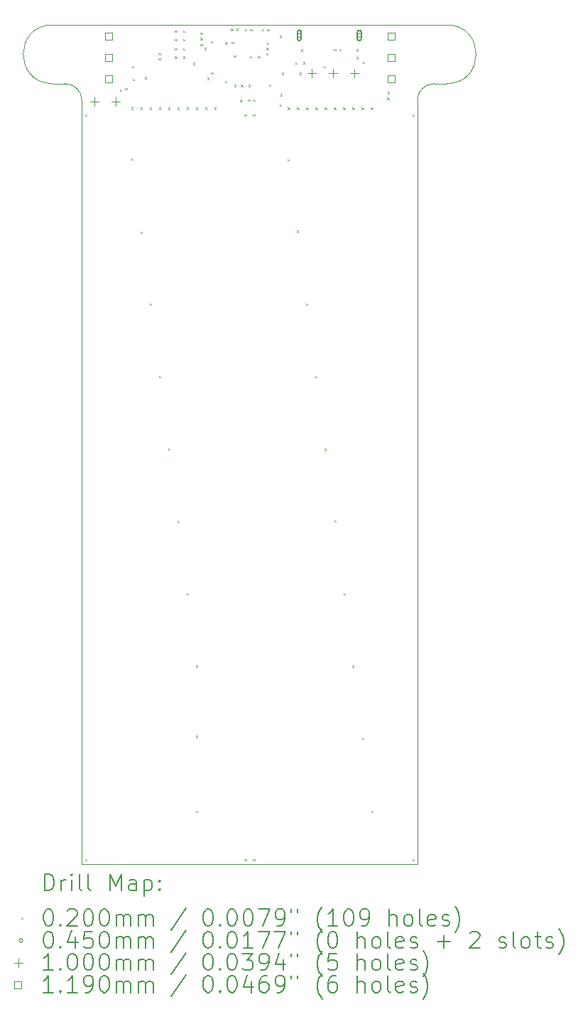
<source format=gbr>
%TF.GenerationSoftware,KiCad,Pcbnew,(6.0.7)*%
%TF.CreationDate,2022-10-27T11:34:40+02:00*%
%TF.ProjectId,DualLevelSensor,4475616c-4c65-4766-956c-53656e736f72,rev?*%
%TF.SameCoordinates,Original*%
%TF.FileFunction,Drillmap*%
%TF.FilePolarity,Positive*%
%FSLAX45Y45*%
G04 Gerber Fmt 4.5, Leading zero omitted, Abs format (unit mm)*
G04 Created by KiCad (PCBNEW (6.0.7)) date 2022-10-27 11:34:40*
%MOMM*%
%LPD*%
G01*
G04 APERTURE LIST*
%ADD10C,0.100000*%
%ADD11C,0.200000*%
%ADD12C,0.020000*%
%ADD13C,0.045000*%
%ADD14C,0.119000*%
G04 APERTURE END LIST*
D10*
X11500000Y-3900000D02*
X11500000Y-13000000D01*
X7150000Y-3000000D02*
X11850000Y-3000000D01*
X7150000Y-3700000D02*
X7300000Y-3700000D01*
X7150000Y-3000000D02*
G75*
G03*
X7150000Y-3700000I0J-350000D01*
G01*
X11850000Y-3700000D02*
G75*
G03*
X11850000Y-3000000I0J350000D01*
G01*
X7500000Y-3900000D02*
G75*
G03*
X7300000Y-3700000I-200000J0D01*
G01*
X7500000Y-13000000D02*
X11500000Y-13000000D01*
X11850000Y-3700000D02*
X11700000Y-3700000D01*
X11700000Y-3700000D02*
G75*
G03*
X11500000Y-3900000I0J-200000D01*
G01*
X7500000Y-3900000D02*
X7500000Y-13000000D01*
D11*
D12*
X7540000Y-4065000D02*
X7560000Y-4085000D01*
X7560000Y-4065000D02*
X7540000Y-4085000D01*
X7540000Y-12940000D02*
X7560000Y-12960000D01*
X7560000Y-12940000D02*
X7540000Y-12960000D01*
X7950000Y-3770000D02*
X7970000Y-3790000D01*
X7970000Y-3770000D02*
X7950000Y-3790000D01*
X8015000Y-3750000D02*
X8035000Y-3770000D01*
X8035000Y-3750000D02*
X8015000Y-3770000D01*
X8090000Y-3985000D02*
X8110000Y-4005000D01*
X8110000Y-3985000D02*
X8090000Y-4005000D01*
X8090000Y-4590000D02*
X8110000Y-4610000D01*
X8110000Y-4590000D02*
X8090000Y-4610000D01*
X8094850Y-3490000D02*
X8114850Y-3510000D01*
X8114850Y-3490000D02*
X8094850Y-3510000D01*
X8102357Y-3641000D02*
X8122357Y-3661000D01*
X8122357Y-3641000D02*
X8102357Y-3661000D01*
X8200000Y-3985000D02*
X8220000Y-4005000D01*
X8220000Y-3985000D02*
X8200000Y-4005000D01*
X8200000Y-5460000D02*
X8220000Y-5480000D01*
X8220000Y-5460000D02*
X8200000Y-5480000D01*
X8250000Y-3620000D02*
X8270000Y-3640000D01*
X8270000Y-3620000D02*
X8250000Y-3640000D01*
X8310000Y-3985000D02*
X8330000Y-4005000D01*
X8330000Y-3985000D02*
X8310000Y-4005000D01*
X8310000Y-6320000D02*
X8330000Y-6340000D01*
X8330000Y-6320000D02*
X8310000Y-6340000D01*
X8415000Y-3335000D02*
X8435000Y-3355000D01*
X8435000Y-3335000D02*
X8415000Y-3355000D01*
X8415000Y-3395000D02*
X8435000Y-3415000D01*
X8435000Y-3395000D02*
X8415000Y-3415000D01*
X8420000Y-3985000D02*
X8440000Y-4005000D01*
X8440000Y-3985000D02*
X8420000Y-4005000D01*
X8420000Y-7180000D02*
X8440000Y-7200000D01*
X8440000Y-7180000D02*
X8420000Y-7200000D01*
X8530000Y-3985000D02*
X8550000Y-4005000D01*
X8550000Y-3985000D02*
X8530000Y-4005000D01*
X8530000Y-8046300D02*
X8550000Y-8066300D01*
X8550000Y-8046300D02*
X8530000Y-8066300D01*
X8610000Y-3065000D02*
X8630000Y-3085000D01*
X8630000Y-3065000D02*
X8610000Y-3085000D01*
X8610000Y-3170000D02*
X8630000Y-3190000D01*
X8630000Y-3170000D02*
X8610000Y-3190000D01*
X8610000Y-3280000D02*
X8630000Y-3300000D01*
X8630000Y-3280000D02*
X8610000Y-3300000D01*
X8610000Y-3375000D02*
X8630000Y-3395000D01*
X8630000Y-3375000D02*
X8610000Y-3395000D01*
X8640000Y-3985000D02*
X8660000Y-4005000D01*
X8660000Y-3985000D02*
X8640000Y-4005000D01*
X8640000Y-8910000D02*
X8660000Y-8930000D01*
X8660000Y-8910000D02*
X8640000Y-8930000D01*
X8705000Y-3065000D02*
X8725000Y-3085000D01*
X8725000Y-3065000D02*
X8705000Y-3085000D01*
X8705000Y-3170000D02*
X8725000Y-3190000D01*
X8725000Y-3170000D02*
X8705000Y-3190000D01*
X8705000Y-3280000D02*
X8725000Y-3300000D01*
X8725000Y-3280000D02*
X8705000Y-3300000D01*
X8705000Y-3375000D02*
X8725000Y-3395000D01*
X8725000Y-3375000D02*
X8705000Y-3395000D01*
X8750000Y-3985000D02*
X8770000Y-4005000D01*
X8770000Y-3985000D02*
X8750000Y-4005000D01*
X8750000Y-9770000D02*
X8770000Y-9790000D01*
X8770000Y-9770000D02*
X8750000Y-9790000D01*
X8825000Y-3450000D02*
X8845000Y-3470000D01*
X8845000Y-3450000D02*
X8825000Y-3470000D01*
X8860000Y-3985000D02*
X8880000Y-4005000D01*
X8880000Y-3985000D02*
X8860000Y-4005000D01*
X8860000Y-10630000D02*
X8880000Y-10650000D01*
X8880000Y-10630000D02*
X8860000Y-10650000D01*
X8860000Y-11470000D02*
X8880000Y-11490000D01*
X8880000Y-11470000D02*
X8860000Y-11490000D01*
X8860000Y-12360000D02*
X8880000Y-12380000D01*
X8880000Y-12360000D02*
X8860000Y-12380000D01*
X8915000Y-3090000D02*
X8935000Y-3110000D01*
X8935000Y-3090000D02*
X8915000Y-3110000D01*
X8915000Y-3155000D02*
X8935000Y-3175000D01*
X8935000Y-3155000D02*
X8915000Y-3175000D01*
X8915000Y-3225000D02*
X8935000Y-3245000D01*
X8935000Y-3225000D02*
X8915000Y-3245000D01*
X8960000Y-3275000D02*
X8980000Y-3295000D01*
X8980000Y-3275000D02*
X8960000Y-3295000D01*
X8970000Y-3985000D02*
X8990000Y-4005000D01*
X8990000Y-3985000D02*
X8970000Y-4005000D01*
X8994850Y-3628131D02*
X9014850Y-3648131D01*
X9014850Y-3628131D02*
X8994850Y-3648131D01*
X9035000Y-3195000D02*
X9055000Y-3215000D01*
X9055000Y-3195000D02*
X9035000Y-3215000D01*
X9040000Y-3565000D02*
X9060000Y-3585000D01*
X9060000Y-3565000D02*
X9040000Y-3585000D01*
X9080000Y-3985000D02*
X9100000Y-4005000D01*
X9100000Y-3985000D02*
X9080000Y-4005000D01*
X9205000Y-3670000D02*
X9225000Y-3690000D01*
X9225000Y-3670000D02*
X9205000Y-3690000D01*
X9210000Y-3205000D02*
X9230000Y-3225000D01*
X9230000Y-3205000D02*
X9210000Y-3225000D01*
X9276113Y-3043887D02*
X9296113Y-3063887D01*
X9296113Y-3043887D02*
X9276113Y-3063887D01*
X9285000Y-3202650D02*
X9305000Y-3222650D01*
X9305000Y-3202650D02*
X9285000Y-3222650D01*
X9310000Y-3365000D02*
X9330000Y-3385000D01*
X9330000Y-3365000D02*
X9310000Y-3385000D01*
X9315000Y-3715000D02*
X9335000Y-3735000D01*
X9335000Y-3715000D02*
X9315000Y-3735000D01*
X9338742Y-3045526D02*
X9358742Y-3065526D01*
X9358742Y-3045526D02*
X9338742Y-3065526D01*
X9388613Y-3890600D02*
X9408613Y-3910600D01*
X9408613Y-3890600D02*
X9388613Y-3910600D01*
X9395000Y-3715000D02*
X9415000Y-3735000D01*
X9415000Y-3715000D02*
X9395000Y-3735000D01*
X9440000Y-4065000D02*
X9460000Y-4085000D01*
X9460000Y-4065000D02*
X9440000Y-4085000D01*
X9440000Y-12940000D02*
X9460000Y-12960000D01*
X9460000Y-12940000D02*
X9440000Y-12960000D01*
X9444148Y-3049996D02*
X9464148Y-3069996D01*
X9464148Y-3049996D02*
X9444148Y-3069996D01*
X9482350Y-3890150D02*
X9502350Y-3910150D01*
X9502350Y-3890150D02*
X9482350Y-3910150D01*
X9485000Y-3714000D02*
X9505000Y-3734000D01*
X9505000Y-3714000D02*
X9485000Y-3734000D01*
X9500000Y-3370000D02*
X9520000Y-3390000D01*
X9520000Y-3370000D02*
X9500000Y-3390000D01*
X9506798Y-3050300D02*
X9526798Y-3070300D01*
X9526798Y-3050300D02*
X9506798Y-3070300D01*
X9540000Y-4065000D02*
X9560000Y-4085000D01*
X9560000Y-4065000D02*
X9540000Y-4085000D01*
X9540000Y-12940000D02*
X9560000Y-12960000D01*
X9560000Y-12940000D02*
X9540000Y-12960000D01*
X9545000Y-3890150D02*
X9565000Y-3910150D01*
X9565000Y-3890150D02*
X9545000Y-3910150D01*
X9600000Y-3370000D02*
X9620000Y-3390000D01*
X9620000Y-3370000D02*
X9600000Y-3390000D01*
X9645000Y-3050000D02*
X9665000Y-3070000D01*
X9665000Y-3050000D02*
X9645000Y-3070000D01*
X9694336Y-3335865D02*
X9714336Y-3355865D01*
X9714336Y-3335865D02*
X9694336Y-3355865D01*
X9701387Y-3273613D02*
X9721387Y-3293613D01*
X9721387Y-3273613D02*
X9701387Y-3293613D01*
X9705000Y-3210000D02*
X9725000Y-3230000D01*
X9725000Y-3210000D02*
X9705000Y-3230000D01*
X9710000Y-3050000D02*
X9730000Y-3070000D01*
X9730000Y-3050000D02*
X9710000Y-3070000D01*
X9728623Y-3709656D02*
X9748623Y-3729656D01*
X9748623Y-3709656D02*
X9728623Y-3729656D01*
X9860000Y-3130000D02*
X9880000Y-3150000D01*
X9880000Y-3130000D02*
X9860000Y-3150000D01*
X9860000Y-3945000D02*
X9880000Y-3965000D01*
X9880000Y-3945000D02*
X9860000Y-3965000D01*
X9866113Y-3824400D02*
X9886113Y-3844400D01*
X9886113Y-3824400D02*
X9866113Y-3844400D01*
X9885000Y-3570000D02*
X9905000Y-3590000D01*
X9905000Y-3570000D02*
X9885000Y-3590000D01*
X9950000Y-4600000D02*
X9970000Y-4620000D01*
X9970000Y-4600000D02*
X9950000Y-4620000D01*
X9955000Y-3985000D02*
X9975000Y-4005000D01*
X9975000Y-3985000D02*
X9955000Y-4005000D01*
X10045000Y-3445000D02*
X10065000Y-3465000D01*
X10065000Y-3445000D02*
X10045000Y-3465000D01*
X10060000Y-5450000D02*
X10080000Y-5470000D01*
X10080000Y-5450000D02*
X10060000Y-5470000D01*
X10065000Y-3985000D02*
X10085000Y-4005000D01*
X10085000Y-3985000D02*
X10065000Y-4005000D01*
X10096180Y-3569630D02*
X10116180Y-3589630D01*
X10116180Y-3569630D02*
X10096180Y-3589630D01*
X10110000Y-3290000D02*
X10130000Y-3310000D01*
X10130000Y-3290000D02*
X10110000Y-3310000D01*
X10138887Y-3444000D02*
X10158887Y-3464000D01*
X10158887Y-3444000D02*
X10138887Y-3464000D01*
X10170000Y-6320000D02*
X10190000Y-6340000D01*
X10190000Y-6320000D02*
X10170000Y-6340000D01*
X10175000Y-3985000D02*
X10195000Y-4005000D01*
X10195000Y-3985000D02*
X10175000Y-4005000D01*
X10280000Y-7180000D02*
X10300000Y-7200000D01*
X10300000Y-7180000D02*
X10280000Y-7200000D01*
X10285000Y-3985000D02*
X10305000Y-4005000D01*
X10305000Y-3985000D02*
X10285000Y-4005000D01*
X10381089Y-3489078D02*
X10401089Y-3509078D01*
X10401089Y-3489078D02*
X10381089Y-3509078D01*
X10390000Y-8050000D02*
X10410000Y-8070000D01*
X10410000Y-8050000D02*
X10390000Y-8070000D01*
X10395000Y-3985000D02*
X10415000Y-4005000D01*
X10415000Y-3985000D02*
X10395000Y-4005000D01*
X10505000Y-3284000D02*
X10525000Y-3304000D01*
X10525000Y-3284000D02*
X10505000Y-3304000D01*
X10505000Y-3985000D02*
X10525000Y-4005000D01*
X10525000Y-3985000D02*
X10505000Y-4005000D01*
X10510000Y-8900000D02*
X10530000Y-8920000D01*
X10530000Y-8900000D02*
X10510000Y-8920000D01*
X10570000Y-3284000D02*
X10590000Y-3304000D01*
X10590000Y-3284000D02*
X10570000Y-3304000D01*
X10615000Y-3985000D02*
X10635000Y-4005000D01*
X10635000Y-3985000D02*
X10615000Y-4005000D01*
X10620000Y-9770000D02*
X10640000Y-9790000D01*
X10640000Y-9770000D02*
X10620000Y-9790000D01*
X10720000Y-10630000D02*
X10740000Y-10650000D01*
X10740000Y-10630000D02*
X10720000Y-10650000D01*
X10725000Y-3985000D02*
X10745000Y-4005000D01*
X10745000Y-3985000D02*
X10725000Y-4005000D01*
X10770000Y-3290000D02*
X10790000Y-3310000D01*
X10790000Y-3290000D02*
X10770000Y-3310000D01*
X10770000Y-3385000D02*
X10790000Y-3405000D01*
X10790000Y-3385000D02*
X10770000Y-3405000D01*
X10835000Y-3985000D02*
X10855000Y-4005000D01*
X10855000Y-3985000D02*
X10835000Y-4005000D01*
X10840000Y-11490000D02*
X10860000Y-11510000D01*
X10860000Y-11490000D02*
X10840000Y-11510000D01*
X10850000Y-3440000D02*
X10870000Y-3460000D01*
X10870000Y-3440000D02*
X10850000Y-3460000D01*
X10945000Y-3985000D02*
X10965000Y-4005000D01*
X10965000Y-3985000D02*
X10945000Y-4005000D01*
X10950000Y-12360000D02*
X10970000Y-12380000D01*
X10970000Y-12360000D02*
X10950000Y-12380000D01*
X11140000Y-3865000D02*
X11160000Y-3885000D01*
X11160000Y-3865000D02*
X11140000Y-3885000D01*
X11145000Y-3800000D02*
X11165000Y-3820000D01*
X11165000Y-3800000D02*
X11145000Y-3820000D01*
X11440000Y-4065000D02*
X11460000Y-4085000D01*
X11460000Y-4065000D02*
X11440000Y-4085000D01*
X11440000Y-12940000D02*
X11460000Y-12960000D01*
X11460000Y-12940000D02*
X11440000Y-12960000D01*
D13*
X10115000Y-3125000D02*
G75*
G03*
X10115000Y-3125000I-22500J0D01*
G01*
D11*
X10115000Y-3165000D02*
X10115000Y-3085000D01*
X10070000Y-3165000D02*
X10070000Y-3085000D01*
X10115000Y-3085000D02*
G75*
G03*
X10070000Y-3085000I-22500J0D01*
G01*
X10070000Y-3165000D02*
G75*
G03*
X10115000Y-3165000I22500J0D01*
G01*
D13*
X10830000Y-3125000D02*
G75*
G03*
X10830000Y-3125000I-22500J0D01*
G01*
D11*
X10785000Y-3085000D02*
X10785000Y-3165000D01*
X10830000Y-3085000D02*
X10830000Y-3165000D01*
X10785000Y-3165000D02*
G75*
G03*
X10830000Y-3165000I22500J0D01*
G01*
X10830000Y-3085000D02*
G75*
G03*
X10785000Y-3085000I-22500J0D01*
G01*
D10*
X7651000Y-3867500D02*
X7651000Y-3967500D01*
X7601000Y-3917500D02*
X7701000Y-3917500D01*
X7905000Y-3867500D02*
X7905000Y-3967500D01*
X7855000Y-3917500D02*
X7955000Y-3917500D01*
X10242000Y-3525000D02*
X10242000Y-3625000D01*
X10192000Y-3575000D02*
X10292000Y-3575000D01*
X10496000Y-3525000D02*
X10496000Y-3625000D01*
X10446000Y-3575000D02*
X10546000Y-3575000D01*
X10750000Y-3525000D02*
X10750000Y-3625000D01*
X10700000Y-3575000D02*
X10800000Y-3575000D01*
D14*
X7859073Y-3178073D02*
X7859073Y-3093927D01*
X7774927Y-3093927D01*
X7774927Y-3178073D01*
X7859073Y-3178073D01*
X7859073Y-3432073D02*
X7859073Y-3347927D01*
X7774927Y-3347927D01*
X7774927Y-3432073D01*
X7859073Y-3432073D01*
X7859073Y-3686073D02*
X7859073Y-3601927D01*
X7774927Y-3601927D01*
X7774927Y-3686073D01*
X7859073Y-3686073D01*
X11234073Y-3178073D02*
X11234073Y-3093927D01*
X11149927Y-3093927D01*
X11149927Y-3178073D01*
X11234073Y-3178073D01*
X11234073Y-3432073D02*
X11234073Y-3347927D01*
X11149927Y-3347927D01*
X11149927Y-3432073D01*
X11234073Y-3432073D01*
X11234073Y-3686073D02*
X11234073Y-3601927D01*
X11149927Y-3601927D01*
X11149927Y-3686073D01*
X11234073Y-3686073D01*
D11*
X7052619Y-13315476D02*
X7052619Y-13115476D01*
X7100238Y-13115476D01*
X7128809Y-13125000D01*
X7147857Y-13144048D01*
X7157381Y-13163095D01*
X7166905Y-13201190D01*
X7166905Y-13229762D01*
X7157381Y-13267857D01*
X7147857Y-13286905D01*
X7128809Y-13305952D01*
X7100238Y-13315476D01*
X7052619Y-13315476D01*
X7252619Y-13315476D02*
X7252619Y-13182143D01*
X7252619Y-13220238D02*
X7262143Y-13201190D01*
X7271667Y-13191667D01*
X7290714Y-13182143D01*
X7309762Y-13182143D01*
X7376428Y-13315476D02*
X7376428Y-13182143D01*
X7376428Y-13115476D02*
X7366905Y-13125000D01*
X7376428Y-13134524D01*
X7385952Y-13125000D01*
X7376428Y-13115476D01*
X7376428Y-13134524D01*
X7500238Y-13315476D02*
X7481190Y-13305952D01*
X7471667Y-13286905D01*
X7471667Y-13115476D01*
X7605000Y-13315476D02*
X7585952Y-13305952D01*
X7576428Y-13286905D01*
X7576428Y-13115476D01*
X7833571Y-13315476D02*
X7833571Y-13115476D01*
X7900238Y-13258333D01*
X7966905Y-13115476D01*
X7966905Y-13315476D01*
X8147857Y-13315476D02*
X8147857Y-13210714D01*
X8138333Y-13191667D01*
X8119286Y-13182143D01*
X8081190Y-13182143D01*
X8062143Y-13191667D01*
X8147857Y-13305952D02*
X8128809Y-13315476D01*
X8081190Y-13315476D01*
X8062143Y-13305952D01*
X8052619Y-13286905D01*
X8052619Y-13267857D01*
X8062143Y-13248809D01*
X8081190Y-13239286D01*
X8128809Y-13239286D01*
X8147857Y-13229762D01*
X8243095Y-13182143D02*
X8243095Y-13382143D01*
X8243095Y-13191667D02*
X8262143Y-13182143D01*
X8300238Y-13182143D01*
X8319286Y-13191667D01*
X8328809Y-13201190D01*
X8338333Y-13220238D01*
X8338333Y-13277381D01*
X8328809Y-13296428D01*
X8319286Y-13305952D01*
X8300238Y-13315476D01*
X8262143Y-13315476D01*
X8243095Y-13305952D01*
X8424048Y-13296428D02*
X8433571Y-13305952D01*
X8424048Y-13315476D01*
X8414524Y-13305952D01*
X8424048Y-13296428D01*
X8424048Y-13315476D01*
X8424048Y-13191667D02*
X8433571Y-13201190D01*
X8424048Y-13210714D01*
X8414524Y-13201190D01*
X8424048Y-13191667D01*
X8424048Y-13210714D01*
D12*
X6775000Y-13635000D02*
X6795000Y-13655000D01*
X6795000Y-13635000D02*
X6775000Y-13655000D01*
D11*
X7090714Y-13535476D02*
X7109762Y-13535476D01*
X7128809Y-13545000D01*
X7138333Y-13554524D01*
X7147857Y-13573571D01*
X7157381Y-13611667D01*
X7157381Y-13659286D01*
X7147857Y-13697381D01*
X7138333Y-13716428D01*
X7128809Y-13725952D01*
X7109762Y-13735476D01*
X7090714Y-13735476D01*
X7071667Y-13725952D01*
X7062143Y-13716428D01*
X7052619Y-13697381D01*
X7043095Y-13659286D01*
X7043095Y-13611667D01*
X7052619Y-13573571D01*
X7062143Y-13554524D01*
X7071667Y-13545000D01*
X7090714Y-13535476D01*
X7243095Y-13716428D02*
X7252619Y-13725952D01*
X7243095Y-13735476D01*
X7233571Y-13725952D01*
X7243095Y-13716428D01*
X7243095Y-13735476D01*
X7328809Y-13554524D02*
X7338333Y-13545000D01*
X7357381Y-13535476D01*
X7405000Y-13535476D01*
X7424048Y-13545000D01*
X7433571Y-13554524D01*
X7443095Y-13573571D01*
X7443095Y-13592619D01*
X7433571Y-13621190D01*
X7319286Y-13735476D01*
X7443095Y-13735476D01*
X7566905Y-13535476D02*
X7585952Y-13535476D01*
X7605000Y-13545000D01*
X7614524Y-13554524D01*
X7624048Y-13573571D01*
X7633571Y-13611667D01*
X7633571Y-13659286D01*
X7624048Y-13697381D01*
X7614524Y-13716428D01*
X7605000Y-13725952D01*
X7585952Y-13735476D01*
X7566905Y-13735476D01*
X7547857Y-13725952D01*
X7538333Y-13716428D01*
X7528809Y-13697381D01*
X7519286Y-13659286D01*
X7519286Y-13611667D01*
X7528809Y-13573571D01*
X7538333Y-13554524D01*
X7547857Y-13545000D01*
X7566905Y-13535476D01*
X7757381Y-13535476D02*
X7776428Y-13535476D01*
X7795476Y-13545000D01*
X7805000Y-13554524D01*
X7814524Y-13573571D01*
X7824048Y-13611667D01*
X7824048Y-13659286D01*
X7814524Y-13697381D01*
X7805000Y-13716428D01*
X7795476Y-13725952D01*
X7776428Y-13735476D01*
X7757381Y-13735476D01*
X7738333Y-13725952D01*
X7728809Y-13716428D01*
X7719286Y-13697381D01*
X7709762Y-13659286D01*
X7709762Y-13611667D01*
X7719286Y-13573571D01*
X7728809Y-13554524D01*
X7738333Y-13545000D01*
X7757381Y-13535476D01*
X7909762Y-13735476D02*
X7909762Y-13602143D01*
X7909762Y-13621190D02*
X7919286Y-13611667D01*
X7938333Y-13602143D01*
X7966905Y-13602143D01*
X7985952Y-13611667D01*
X7995476Y-13630714D01*
X7995476Y-13735476D01*
X7995476Y-13630714D02*
X8005000Y-13611667D01*
X8024048Y-13602143D01*
X8052619Y-13602143D01*
X8071667Y-13611667D01*
X8081190Y-13630714D01*
X8081190Y-13735476D01*
X8176428Y-13735476D02*
X8176428Y-13602143D01*
X8176428Y-13621190D02*
X8185952Y-13611667D01*
X8205000Y-13602143D01*
X8233571Y-13602143D01*
X8252619Y-13611667D01*
X8262143Y-13630714D01*
X8262143Y-13735476D01*
X8262143Y-13630714D02*
X8271667Y-13611667D01*
X8290714Y-13602143D01*
X8319286Y-13602143D01*
X8338333Y-13611667D01*
X8347857Y-13630714D01*
X8347857Y-13735476D01*
X8738333Y-13525952D02*
X8566905Y-13783095D01*
X8995476Y-13535476D02*
X9014524Y-13535476D01*
X9033571Y-13545000D01*
X9043095Y-13554524D01*
X9052619Y-13573571D01*
X9062143Y-13611667D01*
X9062143Y-13659286D01*
X9052619Y-13697381D01*
X9043095Y-13716428D01*
X9033571Y-13725952D01*
X9014524Y-13735476D01*
X8995476Y-13735476D01*
X8976429Y-13725952D01*
X8966905Y-13716428D01*
X8957381Y-13697381D01*
X8947857Y-13659286D01*
X8947857Y-13611667D01*
X8957381Y-13573571D01*
X8966905Y-13554524D01*
X8976429Y-13545000D01*
X8995476Y-13535476D01*
X9147857Y-13716428D02*
X9157381Y-13725952D01*
X9147857Y-13735476D01*
X9138333Y-13725952D01*
X9147857Y-13716428D01*
X9147857Y-13735476D01*
X9281190Y-13535476D02*
X9300238Y-13535476D01*
X9319286Y-13545000D01*
X9328810Y-13554524D01*
X9338333Y-13573571D01*
X9347857Y-13611667D01*
X9347857Y-13659286D01*
X9338333Y-13697381D01*
X9328810Y-13716428D01*
X9319286Y-13725952D01*
X9300238Y-13735476D01*
X9281190Y-13735476D01*
X9262143Y-13725952D01*
X9252619Y-13716428D01*
X9243095Y-13697381D01*
X9233571Y-13659286D01*
X9233571Y-13611667D01*
X9243095Y-13573571D01*
X9252619Y-13554524D01*
X9262143Y-13545000D01*
X9281190Y-13535476D01*
X9471667Y-13535476D02*
X9490714Y-13535476D01*
X9509762Y-13545000D01*
X9519286Y-13554524D01*
X9528810Y-13573571D01*
X9538333Y-13611667D01*
X9538333Y-13659286D01*
X9528810Y-13697381D01*
X9519286Y-13716428D01*
X9509762Y-13725952D01*
X9490714Y-13735476D01*
X9471667Y-13735476D01*
X9452619Y-13725952D01*
X9443095Y-13716428D01*
X9433571Y-13697381D01*
X9424048Y-13659286D01*
X9424048Y-13611667D01*
X9433571Y-13573571D01*
X9443095Y-13554524D01*
X9452619Y-13545000D01*
X9471667Y-13535476D01*
X9605000Y-13535476D02*
X9738333Y-13535476D01*
X9652619Y-13735476D01*
X9824048Y-13735476D02*
X9862143Y-13735476D01*
X9881190Y-13725952D01*
X9890714Y-13716428D01*
X9909762Y-13687857D01*
X9919286Y-13649762D01*
X9919286Y-13573571D01*
X9909762Y-13554524D01*
X9900238Y-13545000D01*
X9881190Y-13535476D01*
X9843095Y-13535476D01*
X9824048Y-13545000D01*
X9814524Y-13554524D01*
X9805000Y-13573571D01*
X9805000Y-13621190D01*
X9814524Y-13640238D01*
X9824048Y-13649762D01*
X9843095Y-13659286D01*
X9881190Y-13659286D01*
X9900238Y-13649762D01*
X9909762Y-13640238D01*
X9919286Y-13621190D01*
X9995476Y-13535476D02*
X9995476Y-13573571D01*
X10071667Y-13535476D02*
X10071667Y-13573571D01*
X10366905Y-13811667D02*
X10357381Y-13802143D01*
X10338333Y-13773571D01*
X10328810Y-13754524D01*
X10319286Y-13725952D01*
X10309762Y-13678333D01*
X10309762Y-13640238D01*
X10319286Y-13592619D01*
X10328810Y-13564048D01*
X10338333Y-13545000D01*
X10357381Y-13516428D01*
X10366905Y-13506905D01*
X10547857Y-13735476D02*
X10433571Y-13735476D01*
X10490714Y-13735476D02*
X10490714Y-13535476D01*
X10471667Y-13564048D01*
X10452619Y-13583095D01*
X10433571Y-13592619D01*
X10671667Y-13535476D02*
X10690714Y-13535476D01*
X10709762Y-13545000D01*
X10719286Y-13554524D01*
X10728810Y-13573571D01*
X10738333Y-13611667D01*
X10738333Y-13659286D01*
X10728810Y-13697381D01*
X10719286Y-13716428D01*
X10709762Y-13725952D01*
X10690714Y-13735476D01*
X10671667Y-13735476D01*
X10652619Y-13725952D01*
X10643095Y-13716428D01*
X10633571Y-13697381D01*
X10624048Y-13659286D01*
X10624048Y-13611667D01*
X10633571Y-13573571D01*
X10643095Y-13554524D01*
X10652619Y-13545000D01*
X10671667Y-13535476D01*
X10833571Y-13735476D02*
X10871667Y-13735476D01*
X10890714Y-13725952D01*
X10900238Y-13716428D01*
X10919286Y-13687857D01*
X10928810Y-13649762D01*
X10928810Y-13573571D01*
X10919286Y-13554524D01*
X10909762Y-13545000D01*
X10890714Y-13535476D01*
X10852619Y-13535476D01*
X10833571Y-13545000D01*
X10824048Y-13554524D01*
X10814524Y-13573571D01*
X10814524Y-13621190D01*
X10824048Y-13640238D01*
X10833571Y-13649762D01*
X10852619Y-13659286D01*
X10890714Y-13659286D01*
X10909762Y-13649762D01*
X10919286Y-13640238D01*
X10928810Y-13621190D01*
X11166905Y-13735476D02*
X11166905Y-13535476D01*
X11252619Y-13735476D02*
X11252619Y-13630714D01*
X11243095Y-13611667D01*
X11224048Y-13602143D01*
X11195476Y-13602143D01*
X11176429Y-13611667D01*
X11166905Y-13621190D01*
X11376428Y-13735476D02*
X11357381Y-13725952D01*
X11347857Y-13716428D01*
X11338333Y-13697381D01*
X11338333Y-13640238D01*
X11347857Y-13621190D01*
X11357381Y-13611667D01*
X11376428Y-13602143D01*
X11405000Y-13602143D01*
X11424048Y-13611667D01*
X11433571Y-13621190D01*
X11443095Y-13640238D01*
X11443095Y-13697381D01*
X11433571Y-13716428D01*
X11424048Y-13725952D01*
X11405000Y-13735476D01*
X11376428Y-13735476D01*
X11557381Y-13735476D02*
X11538333Y-13725952D01*
X11528809Y-13706905D01*
X11528809Y-13535476D01*
X11709762Y-13725952D02*
X11690714Y-13735476D01*
X11652619Y-13735476D01*
X11633571Y-13725952D01*
X11624048Y-13706905D01*
X11624048Y-13630714D01*
X11633571Y-13611667D01*
X11652619Y-13602143D01*
X11690714Y-13602143D01*
X11709762Y-13611667D01*
X11719286Y-13630714D01*
X11719286Y-13649762D01*
X11624048Y-13668809D01*
X11795476Y-13725952D02*
X11814524Y-13735476D01*
X11852619Y-13735476D01*
X11871667Y-13725952D01*
X11881190Y-13706905D01*
X11881190Y-13697381D01*
X11871667Y-13678333D01*
X11852619Y-13668809D01*
X11824048Y-13668809D01*
X11805000Y-13659286D01*
X11795476Y-13640238D01*
X11795476Y-13630714D01*
X11805000Y-13611667D01*
X11824048Y-13602143D01*
X11852619Y-13602143D01*
X11871667Y-13611667D01*
X11947857Y-13811667D02*
X11957381Y-13802143D01*
X11976428Y-13773571D01*
X11985952Y-13754524D01*
X11995476Y-13725952D01*
X12005000Y-13678333D01*
X12005000Y-13640238D01*
X11995476Y-13592619D01*
X11985952Y-13564048D01*
X11976428Y-13545000D01*
X11957381Y-13516428D01*
X11947857Y-13506905D01*
D13*
X6795000Y-13909000D02*
G75*
G03*
X6795000Y-13909000I-22500J0D01*
G01*
D11*
X7090714Y-13799476D02*
X7109762Y-13799476D01*
X7128809Y-13809000D01*
X7138333Y-13818524D01*
X7147857Y-13837571D01*
X7157381Y-13875667D01*
X7157381Y-13923286D01*
X7147857Y-13961381D01*
X7138333Y-13980428D01*
X7128809Y-13989952D01*
X7109762Y-13999476D01*
X7090714Y-13999476D01*
X7071667Y-13989952D01*
X7062143Y-13980428D01*
X7052619Y-13961381D01*
X7043095Y-13923286D01*
X7043095Y-13875667D01*
X7052619Y-13837571D01*
X7062143Y-13818524D01*
X7071667Y-13809000D01*
X7090714Y-13799476D01*
X7243095Y-13980428D02*
X7252619Y-13989952D01*
X7243095Y-13999476D01*
X7233571Y-13989952D01*
X7243095Y-13980428D01*
X7243095Y-13999476D01*
X7424048Y-13866143D02*
X7424048Y-13999476D01*
X7376428Y-13789952D02*
X7328809Y-13932809D01*
X7452619Y-13932809D01*
X7624048Y-13799476D02*
X7528809Y-13799476D01*
X7519286Y-13894714D01*
X7528809Y-13885190D01*
X7547857Y-13875667D01*
X7595476Y-13875667D01*
X7614524Y-13885190D01*
X7624048Y-13894714D01*
X7633571Y-13913762D01*
X7633571Y-13961381D01*
X7624048Y-13980428D01*
X7614524Y-13989952D01*
X7595476Y-13999476D01*
X7547857Y-13999476D01*
X7528809Y-13989952D01*
X7519286Y-13980428D01*
X7757381Y-13799476D02*
X7776428Y-13799476D01*
X7795476Y-13809000D01*
X7805000Y-13818524D01*
X7814524Y-13837571D01*
X7824048Y-13875667D01*
X7824048Y-13923286D01*
X7814524Y-13961381D01*
X7805000Y-13980428D01*
X7795476Y-13989952D01*
X7776428Y-13999476D01*
X7757381Y-13999476D01*
X7738333Y-13989952D01*
X7728809Y-13980428D01*
X7719286Y-13961381D01*
X7709762Y-13923286D01*
X7709762Y-13875667D01*
X7719286Y-13837571D01*
X7728809Y-13818524D01*
X7738333Y-13809000D01*
X7757381Y-13799476D01*
X7909762Y-13999476D02*
X7909762Y-13866143D01*
X7909762Y-13885190D02*
X7919286Y-13875667D01*
X7938333Y-13866143D01*
X7966905Y-13866143D01*
X7985952Y-13875667D01*
X7995476Y-13894714D01*
X7995476Y-13999476D01*
X7995476Y-13894714D02*
X8005000Y-13875667D01*
X8024048Y-13866143D01*
X8052619Y-13866143D01*
X8071667Y-13875667D01*
X8081190Y-13894714D01*
X8081190Y-13999476D01*
X8176428Y-13999476D02*
X8176428Y-13866143D01*
X8176428Y-13885190D02*
X8185952Y-13875667D01*
X8205000Y-13866143D01*
X8233571Y-13866143D01*
X8252619Y-13875667D01*
X8262143Y-13894714D01*
X8262143Y-13999476D01*
X8262143Y-13894714D02*
X8271667Y-13875667D01*
X8290714Y-13866143D01*
X8319286Y-13866143D01*
X8338333Y-13875667D01*
X8347857Y-13894714D01*
X8347857Y-13999476D01*
X8738333Y-13789952D02*
X8566905Y-14047095D01*
X8995476Y-13799476D02*
X9014524Y-13799476D01*
X9033571Y-13809000D01*
X9043095Y-13818524D01*
X9052619Y-13837571D01*
X9062143Y-13875667D01*
X9062143Y-13923286D01*
X9052619Y-13961381D01*
X9043095Y-13980428D01*
X9033571Y-13989952D01*
X9014524Y-13999476D01*
X8995476Y-13999476D01*
X8976429Y-13989952D01*
X8966905Y-13980428D01*
X8957381Y-13961381D01*
X8947857Y-13923286D01*
X8947857Y-13875667D01*
X8957381Y-13837571D01*
X8966905Y-13818524D01*
X8976429Y-13809000D01*
X8995476Y-13799476D01*
X9147857Y-13980428D02*
X9157381Y-13989952D01*
X9147857Y-13999476D01*
X9138333Y-13989952D01*
X9147857Y-13980428D01*
X9147857Y-13999476D01*
X9281190Y-13799476D02*
X9300238Y-13799476D01*
X9319286Y-13809000D01*
X9328810Y-13818524D01*
X9338333Y-13837571D01*
X9347857Y-13875667D01*
X9347857Y-13923286D01*
X9338333Y-13961381D01*
X9328810Y-13980428D01*
X9319286Y-13989952D01*
X9300238Y-13999476D01*
X9281190Y-13999476D01*
X9262143Y-13989952D01*
X9252619Y-13980428D01*
X9243095Y-13961381D01*
X9233571Y-13923286D01*
X9233571Y-13875667D01*
X9243095Y-13837571D01*
X9252619Y-13818524D01*
X9262143Y-13809000D01*
X9281190Y-13799476D01*
X9538333Y-13999476D02*
X9424048Y-13999476D01*
X9481190Y-13999476D02*
X9481190Y-13799476D01*
X9462143Y-13828048D01*
X9443095Y-13847095D01*
X9424048Y-13856619D01*
X9605000Y-13799476D02*
X9738333Y-13799476D01*
X9652619Y-13999476D01*
X9795476Y-13799476D02*
X9928810Y-13799476D01*
X9843095Y-13999476D01*
X9995476Y-13799476D02*
X9995476Y-13837571D01*
X10071667Y-13799476D02*
X10071667Y-13837571D01*
X10366905Y-14075667D02*
X10357381Y-14066143D01*
X10338333Y-14037571D01*
X10328810Y-14018524D01*
X10319286Y-13989952D01*
X10309762Y-13942333D01*
X10309762Y-13904238D01*
X10319286Y-13856619D01*
X10328810Y-13828048D01*
X10338333Y-13809000D01*
X10357381Y-13780428D01*
X10366905Y-13770905D01*
X10481190Y-13799476D02*
X10500238Y-13799476D01*
X10519286Y-13809000D01*
X10528810Y-13818524D01*
X10538333Y-13837571D01*
X10547857Y-13875667D01*
X10547857Y-13923286D01*
X10538333Y-13961381D01*
X10528810Y-13980428D01*
X10519286Y-13989952D01*
X10500238Y-13999476D01*
X10481190Y-13999476D01*
X10462143Y-13989952D01*
X10452619Y-13980428D01*
X10443095Y-13961381D01*
X10433571Y-13923286D01*
X10433571Y-13875667D01*
X10443095Y-13837571D01*
X10452619Y-13818524D01*
X10462143Y-13809000D01*
X10481190Y-13799476D01*
X10785952Y-13999476D02*
X10785952Y-13799476D01*
X10871667Y-13999476D02*
X10871667Y-13894714D01*
X10862143Y-13875667D01*
X10843095Y-13866143D01*
X10814524Y-13866143D01*
X10795476Y-13875667D01*
X10785952Y-13885190D01*
X10995476Y-13999476D02*
X10976429Y-13989952D01*
X10966905Y-13980428D01*
X10957381Y-13961381D01*
X10957381Y-13904238D01*
X10966905Y-13885190D01*
X10976429Y-13875667D01*
X10995476Y-13866143D01*
X11024048Y-13866143D01*
X11043095Y-13875667D01*
X11052619Y-13885190D01*
X11062143Y-13904238D01*
X11062143Y-13961381D01*
X11052619Y-13980428D01*
X11043095Y-13989952D01*
X11024048Y-13999476D01*
X10995476Y-13999476D01*
X11176429Y-13999476D02*
X11157381Y-13989952D01*
X11147857Y-13970905D01*
X11147857Y-13799476D01*
X11328809Y-13989952D02*
X11309762Y-13999476D01*
X11271667Y-13999476D01*
X11252619Y-13989952D01*
X11243095Y-13970905D01*
X11243095Y-13894714D01*
X11252619Y-13875667D01*
X11271667Y-13866143D01*
X11309762Y-13866143D01*
X11328809Y-13875667D01*
X11338333Y-13894714D01*
X11338333Y-13913762D01*
X11243095Y-13932809D01*
X11414524Y-13989952D02*
X11433571Y-13999476D01*
X11471667Y-13999476D01*
X11490714Y-13989952D01*
X11500238Y-13970905D01*
X11500238Y-13961381D01*
X11490714Y-13942333D01*
X11471667Y-13932809D01*
X11443095Y-13932809D01*
X11424048Y-13923286D01*
X11414524Y-13904238D01*
X11414524Y-13894714D01*
X11424048Y-13875667D01*
X11443095Y-13866143D01*
X11471667Y-13866143D01*
X11490714Y-13875667D01*
X11738333Y-13923286D02*
X11890714Y-13923286D01*
X11814524Y-13999476D02*
X11814524Y-13847095D01*
X12128809Y-13818524D02*
X12138333Y-13809000D01*
X12157381Y-13799476D01*
X12205000Y-13799476D01*
X12224048Y-13809000D01*
X12233571Y-13818524D01*
X12243095Y-13837571D01*
X12243095Y-13856619D01*
X12233571Y-13885190D01*
X12119286Y-13999476D01*
X12243095Y-13999476D01*
X12471667Y-13989952D02*
X12490714Y-13999476D01*
X12528809Y-13999476D01*
X12547857Y-13989952D01*
X12557381Y-13970905D01*
X12557381Y-13961381D01*
X12547857Y-13942333D01*
X12528809Y-13932809D01*
X12500238Y-13932809D01*
X12481190Y-13923286D01*
X12471667Y-13904238D01*
X12471667Y-13894714D01*
X12481190Y-13875667D01*
X12500238Y-13866143D01*
X12528809Y-13866143D01*
X12547857Y-13875667D01*
X12671667Y-13999476D02*
X12652619Y-13989952D01*
X12643095Y-13970905D01*
X12643095Y-13799476D01*
X12776428Y-13999476D02*
X12757381Y-13989952D01*
X12747857Y-13980428D01*
X12738333Y-13961381D01*
X12738333Y-13904238D01*
X12747857Y-13885190D01*
X12757381Y-13875667D01*
X12776428Y-13866143D01*
X12805000Y-13866143D01*
X12824048Y-13875667D01*
X12833571Y-13885190D01*
X12843095Y-13904238D01*
X12843095Y-13961381D01*
X12833571Y-13980428D01*
X12824048Y-13989952D01*
X12805000Y-13999476D01*
X12776428Y-13999476D01*
X12900238Y-13866143D02*
X12976428Y-13866143D01*
X12928809Y-13799476D02*
X12928809Y-13970905D01*
X12938333Y-13989952D01*
X12957381Y-13999476D01*
X12976428Y-13999476D01*
X13033571Y-13989952D02*
X13052619Y-13999476D01*
X13090714Y-13999476D01*
X13109762Y-13989952D01*
X13119286Y-13970905D01*
X13119286Y-13961381D01*
X13109762Y-13942333D01*
X13090714Y-13932809D01*
X13062143Y-13932809D01*
X13043095Y-13923286D01*
X13033571Y-13904238D01*
X13033571Y-13894714D01*
X13043095Y-13875667D01*
X13062143Y-13866143D01*
X13090714Y-13866143D01*
X13109762Y-13875667D01*
X13185952Y-14075667D02*
X13195476Y-14066143D01*
X13214524Y-14037571D01*
X13224048Y-14018524D01*
X13233571Y-13989952D01*
X13243095Y-13942333D01*
X13243095Y-13904238D01*
X13233571Y-13856619D01*
X13224048Y-13828048D01*
X13214524Y-13809000D01*
X13195476Y-13780428D01*
X13185952Y-13770905D01*
D10*
X6745000Y-14123000D02*
X6745000Y-14223000D01*
X6695000Y-14173000D02*
X6795000Y-14173000D01*
D11*
X7157381Y-14263476D02*
X7043095Y-14263476D01*
X7100238Y-14263476D02*
X7100238Y-14063476D01*
X7081190Y-14092048D01*
X7062143Y-14111095D01*
X7043095Y-14120619D01*
X7243095Y-14244428D02*
X7252619Y-14253952D01*
X7243095Y-14263476D01*
X7233571Y-14253952D01*
X7243095Y-14244428D01*
X7243095Y-14263476D01*
X7376428Y-14063476D02*
X7395476Y-14063476D01*
X7414524Y-14073000D01*
X7424048Y-14082524D01*
X7433571Y-14101571D01*
X7443095Y-14139667D01*
X7443095Y-14187286D01*
X7433571Y-14225381D01*
X7424048Y-14244428D01*
X7414524Y-14253952D01*
X7395476Y-14263476D01*
X7376428Y-14263476D01*
X7357381Y-14253952D01*
X7347857Y-14244428D01*
X7338333Y-14225381D01*
X7328809Y-14187286D01*
X7328809Y-14139667D01*
X7338333Y-14101571D01*
X7347857Y-14082524D01*
X7357381Y-14073000D01*
X7376428Y-14063476D01*
X7566905Y-14063476D02*
X7585952Y-14063476D01*
X7605000Y-14073000D01*
X7614524Y-14082524D01*
X7624048Y-14101571D01*
X7633571Y-14139667D01*
X7633571Y-14187286D01*
X7624048Y-14225381D01*
X7614524Y-14244428D01*
X7605000Y-14253952D01*
X7585952Y-14263476D01*
X7566905Y-14263476D01*
X7547857Y-14253952D01*
X7538333Y-14244428D01*
X7528809Y-14225381D01*
X7519286Y-14187286D01*
X7519286Y-14139667D01*
X7528809Y-14101571D01*
X7538333Y-14082524D01*
X7547857Y-14073000D01*
X7566905Y-14063476D01*
X7757381Y-14063476D02*
X7776428Y-14063476D01*
X7795476Y-14073000D01*
X7805000Y-14082524D01*
X7814524Y-14101571D01*
X7824048Y-14139667D01*
X7824048Y-14187286D01*
X7814524Y-14225381D01*
X7805000Y-14244428D01*
X7795476Y-14253952D01*
X7776428Y-14263476D01*
X7757381Y-14263476D01*
X7738333Y-14253952D01*
X7728809Y-14244428D01*
X7719286Y-14225381D01*
X7709762Y-14187286D01*
X7709762Y-14139667D01*
X7719286Y-14101571D01*
X7728809Y-14082524D01*
X7738333Y-14073000D01*
X7757381Y-14063476D01*
X7909762Y-14263476D02*
X7909762Y-14130143D01*
X7909762Y-14149190D02*
X7919286Y-14139667D01*
X7938333Y-14130143D01*
X7966905Y-14130143D01*
X7985952Y-14139667D01*
X7995476Y-14158714D01*
X7995476Y-14263476D01*
X7995476Y-14158714D02*
X8005000Y-14139667D01*
X8024048Y-14130143D01*
X8052619Y-14130143D01*
X8071667Y-14139667D01*
X8081190Y-14158714D01*
X8081190Y-14263476D01*
X8176428Y-14263476D02*
X8176428Y-14130143D01*
X8176428Y-14149190D02*
X8185952Y-14139667D01*
X8205000Y-14130143D01*
X8233571Y-14130143D01*
X8252619Y-14139667D01*
X8262143Y-14158714D01*
X8262143Y-14263476D01*
X8262143Y-14158714D02*
X8271667Y-14139667D01*
X8290714Y-14130143D01*
X8319286Y-14130143D01*
X8338333Y-14139667D01*
X8347857Y-14158714D01*
X8347857Y-14263476D01*
X8738333Y-14053952D02*
X8566905Y-14311095D01*
X8995476Y-14063476D02*
X9014524Y-14063476D01*
X9033571Y-14073000D01*
X9043095Y-14082524D01*
X9052619Y-14101571D01*
X9062143Y-14139667D01*
X9062143Y-14187286D01*
X9052619Y-14225381D01*
X9043095Y-14244428D01*
X9033571Y-14253952D01*
X9014524Y-14263476D01*
X8995476Y-14263476D01*
X8976429Y-14253952D01*
X8966905Y-14244428D01*
X8957381Y-14225381D01*
X8947857Y-14187286D01*
X8947857Y-14139667D01*
X8957381Y-14101571D01*
X8966905Y-14082524D01*
X8976429Y-14073000D01*
X8995476Y-14063476D01*
X9147857Y-14244428D02*
X9157381Y-14253952D01*
X9147857Y-14263476D01*
X9138333Y-14253952D01*
X9147857Y-14244428D01*
X9147857Y-14263476D01*
X9281190Y-14063476D02*
X9300238Y-14063476D01*
X9319286Y-14073000D01*
X9328810Y-14082524D01*
X9338333Y-14101571D01*
X9347857Y-14139667D01*
X9347857Y-14187286D01*
X9338333Y-14225381D01*
X9328810Y-14244428D01*
X9319286Y-14253952D01*
X9300238Y-14263476D01*
X9281190Y-14263476D01*
X9262143Y-14253952D01*
X9252619Y-14244428D01*
X9243095Y-14225381D01*
X9233571Y-14187286D01*
X9233571Y-14139667D01*
X9243095Y-14101571D01*
X9252619Y-14082524D01*
X9262143Y-14073000D01*
X9281190Y-14063476D01*
X9414524Y-14063476D02*
X9538333Y-14063476D01*
X9471667Y-14139667D01*
X9500238Y-14139667D01*
X9519286Y-14149190D01*
X9528810Y-14158714D01*
X9538333Y-14177762D01*
X9538333Y-14225381D01*
X9528810Y-14244428D01*
X9519286Y-14253952D01*
X9500238Y-14263476D01*
X9443095Y-14263476D01*
X9424048Y-14253952D01*
X9414524Y-14244428D01*
X9633571Y-14263476D02*
X9671667Y-14263476D01*
X9690714Y-14253952D01*
X9700238Y-14244428D01*
X9719286Y-14215857D01*
X9728810Y-14177762D01*
X9728810Y-14101571D01*
X9719286Y-14082524D01*
X9709762Y-14073000D01*
X9690714Y-14063476D01*
X9652619Y-14063476D01*
X9633571Y-14073000D01*
X9624048Y-14082524D01*
X9614524Y-14101571D01*
X9614524Y-14149190D01*
X9624048Y-14168238D01*
X9633571Y-14177762D01*
X9652619Y-14187286D01*
X9690714Y-14187286D01*
X9709762Y-14177762D01*
X9719286Y-14168238D01*
X9728810Y-14149190D01*
X9900238Y-14130143D02*
X9900238Y-14263476D01*
X9852619Y-14053952D02*
X9805000Y-14196809D01*
X9928810Y-14196809D01*
X9995476Y-14063476D02*
X9995476Y-14101571D01*
X10071667Y-14063476D02*
X10071667Y-14101571D01*
X10366905Y-14339667D02*
X10357381Y-14330143D01*
X10338333Y-14301571D01*
X10328810Y-14282524D01*
X10319286Y-14253952D01*
X10309762Y-14206333D01*
X10309762Y-14168238D01*
X10319286Y-14120619D01*
X10328810Y-14092048D01*
X10338333Y-14073000D01*
X10357381Y-14044428D01*
X10366905Y-14034905D01*
X10538333Y-14063476D02*
X10443095Y-14063476D01*
X10433571Y-14158714D01*
X10443095Y-14149190D01*
X10462143Y-14139667D01*
X10509762Y-14139667D01*
X10528810Y-14149190D01*
X10538333Y-14158714D01*
X10547857Y-14177762D01*
X10547857Y-14225381D01*
X10538333Y-14244428D01*
X10528810Y-14253952D01*
X10509762Y-14263476D01*
X10462143Y-14263476D01*
X10443095Y-14253952D01*
X10433571Y-14244428D01*
X10785952Y-14263476D02*
X10785952Y-14063476D01*
X10871667Y-14263476D02*
X10871667Y-14158714D01*
X10862143Y-14139667D01*
X10843095Y-14130143D01*
X10814524Y-14130143D01*
X10795476Y-14139667D01*
X10785952Y-14149190D01*
X10995476Y-14263476D02*
X10976429Y-14253952D01*
X10966905Y-14244428D01*
X10957381Y-14225381D01*
X10957381Y-14168238D01*
X10966905Y-14149190D01*
X10976429Y-14139667D01*
X10995476Y-14130143D01*
X11024048Y-14130143D01*
X11043095Y-14139667D01*
X11052619Y-14149190D01*
X11062143Y-14168238D01*
X11062143Y-14225381D01*
X11052619Y-14244428D01*
X11043095Y-14253952D01*
X11024048Y-14263476D01*
X10995476Y-14263476D01*
X11176429Y-14263476D02*
X11157381Y-14253952D01*
X11147857Y-14234905D01*
X11147857Y-14063476D01*
X11328809Y-14253952D02*
X11309762Y-14263476D01*
X11271667Y-14263476D01*
X11252619Y-14253952D01*
X11243095Y-14234905D01*
X11243095Y-14158714D01*
X11252619Y-14139667D01*
X11271667Y-14130143D01*
X11309762Y-14130143D01*
X11328809Y-14139667D01*
X11338333Y-14158714D01*
X11338333Y-14177762D01*
X11243095Y-14196809D01*
X11414524Y-14253952D02*
X11433571Y-14263476D01*
X11471667Y-14263476D01*
X11490714Y-14253952D01*
X11500238Y-14234905D01*
X11500238Y-14225381D01*
X11490714Y-14206333D01*
X11471667Y-14196809D01*
X11443095Y-14196809D01*
X11424048Y-14187286D01*
X11414524Y-14168238D01*
X11414524Y-14158714D01*
X11424048Y-14139667D01*
X11443095Y-14130143D01*
X11471667Y-14130143D01*
X11490714Y-14139667D01*
X11566905Y-14339667D02*
X11576428Y-14330143D01*
X11595476Y-14301571D01*
X11605000Y-14282524D01*
X11614524Y-14253952D01*
X11624048Y-14206333D01*
X11624048Y-14168238D01*
X11614524Y-14120619D01*
X11605000Y-14092048D01*
X11595476Y-14073000D01*
X11576428Y-14044428D01*
X11566905Y-14034905D01*
D14*
X6777573Y-14479073D02*
X6777573Y-14394927D01*
X6693427Y-14394927D01*
X6693427Y-14479073D01*
X6777573Y-14479073D01*
D11*
X7157381Y-14527476D02*
X7043095Y-14527476D01*
X7100238Y-14527476D02*
X7100238Y-14327476D01*
X7081190Y-14356048D01*
X7062143Y-14375095D01*
X7043095Y-14384619D01*
X7243095Y-14508428D02*
X7252619Y-14517952D01*
X7243095Y-14527476D01*
X7233571Y-14517952D01*
X7243095Y-14508428D01*
X7243095Y-14527476D01*
X7443095Y-14527476D02*
X7328809Y-14527476D01*
X7385952Y-14527476D02*
X7385952Y-14327476D01*
X7366905Y-14356048D01*
X7347857Y-14375095D01*
X7328809Y-14384619D01*
X7538333Y-14527476D02*
X7576428Y-14527476D01*
X7595476Y-14517952D01*
X7605000Y-14508428D01*
X7624048Y-14479857D01*
X7633571Y-14441762D01*
X7633571Y-14365571D01*
X7624048Y-14346524D01*
X7614524Y-14337000D01*
X7595476Y-14327476D01*
X7557381Y-14327476D01*
X7538333Y-14337000D01*
X7528809Y-14346524D01*
X7519286Y-14365571D01*
X7519286Y-14413190D01*
X7528809Y-14432238D01*
X7538333Y-14441762D01*
X7557381Y-14451286D01*
X7595476Y-14451286D01*
X7614524Y-14441762D01*
X7624048Y-14432238D01*
X7633571Y-14413190D01*
X7757381Y-14327476D02*
X7776428Y-14327476D01*
X7795476Y-14337000D01*
X7805000Y-14346524D01*
X7814524Y-14365571D01*
X7824048Y-14403667D01*
X7824048Y-14451286D01*
X7814524Y-14489381D01*
X7805000Y-14508428D01*
X7795476Y-14517952D01*
X7776428Y-14527476D01*
X7757381Y-14527476D01*
X7738333Y-14517952D01*
X7728809Y-14508428D01*
X7719286Y-14489381D01*
X7709762Y-14451286D01*
X7709762Y-14403667D01*
X7719286Y-14365571D01*
X7728809Y-14346524D01*
X7738333Y-14337000D01*
X7757381Y-14327476D01*
X7909762Y-14527476D02*
X7909762Y-14394143D01*
X7909762Y-14413190D02*
X7919286Y-14403667D01*
X7938333Y-14394143D01*
X7966905Y-14394143D01*
X7985952Y-14403667D01*
X7995476Y-14422714D01*
X7995476Y-14527476D01*
X7995476Y-14422714D02*
X8005000Y-14403667D01*
X8024048Y-14394143D01*
X8052619Y-14394143D01*
X8071667Y-14403667D01*
X8081190Y-14422714D01*
X8081190Y-14527476D01*
X8176428Y-14527476D02*
X8176428Y-14394143D01*
X8176428Y-14413190D02*
X8185952Y-14403667D01*
X8205000Y-14394143D01*
X8233571Y-14394143D01*
X8252619Y-14403667D01*
X8262143Y-14422714D01*
X8262143Y-14527476D01*
X8262143Y-14422714D02*
X8271667Y-14403667D01*
X8290714Y-14394143D01*
X8319286Y-14394143D01*
X8338333Y-14403667D01*
X8347857Y-14422714D01*
X8347857Y-14527476D01*
X8738333Y-14317952D02*
X8566905Y-14575095D01*
X8995476Y-14327476D02*
X9014524Y-14327476D01*
X9033571Y-14337000D01*
X9043095Y-14346524D01*
X9052619Y-14365571D01*
X9062143Y-14403667D01*
X9062143Y-14451286D01*
X9052619Y-14489381D01*
X9043095Y-14508428D01*
X9033571Y-14517952D01*
X9014524Y-14527476D01*
X8995476Y-14527476D01*
X8976429Y-14517952D01*
X8966905Y-14508428D01*
X8957381Y-14489381D01*
X8947857Y-14451286D01*
X8947857Y-14403667D01*
X8957381Y-14365571D01*
X8966905Y-14346524D01*
X8976429Y-14337000D01*
X8995476Y-14327476D01*
X9147857Y-14508428D02*
X9157381Y-14517952D01*
X9147857Y-14527476D01*
X9138333Y-14517952D01*
X9147857Y-14508428D01*
X9147857Y-14527476D01*
X9281190Y-14327476D02*
X9300238Y-14327476D01*
X9319286Y-14337000D01*
X9328810Y-14346524D01*
X9338333Y-14365571D01*
X9347857Y-14403667D01*
X9347857Y-14451286D01*
X9338333Y-14489381D01*
X9328810Y-14508428D01*
X9319286Y-14517952D01*
X9300238Y-14527476D01*
X9281190Y-14527476D01*
X9262143Y-14517952D01*
X9252619Y-14508428D01*
X9243095Y-14489381D01*
X9233571Y-14451286D01*
X9233571Y-14403667D01*
X9243095Y-14365571D01*
X9252619Y-14346524D01*
X9262143Y-14337000D01*
X9281190Y-14327476D01*
X9519286Y-14394143D02*
X9519286Y-14527476D01*
X9471667Y-14317952D02*
X9424048Y-14460809D01*
X9547857Y-14460809D01*
X9709762Y-14327476D02*
X9671667Y-14327476D01*
X9652619Y-14337000D01*
X9643095Y-14346524D01*
X9624048Y-14375095D01*
X9614524Y-14413190D01*
X9614524Y-14489381D01*
X9624048Y-14508428D01*
X9633571Y-14517952D01*
X9652619Y-14527476D01*
X9690714Y-14527476D01*
X9709762Y-14517952D01*
X9719286Y-14508428D01*
X9728810Y-14489381D01*
X9728810Y-14441762D01*
X9719286Y-14422714D01*
X9709762Y-14413190D01*
X9690714Y-14403667D01*
X9652619Y-14403667D01*
X9633571Y-14413190D01*
X9624048Y-14422714D01*
X9614524Y-14441762D01*
X9824048Y-14527476D02*
X9862143Y-14527476D01*
X9881190Y-14517952D01*
X9890714Y-14508428D01*
X9909762Y-14479857D01*
X9919286Y-14441762D01*
X9919286Y-14365571D01*
X9909762Y-14346524D01*
X9900238Y-14337000D01*
X9881190Y-14327476D01*
X9843095Y-14327476D01*
X9824048Y-14337000D01*
X9814524Y-14346524D01*
X9805000Y-14365571D01*
X9805000Y-14413190D01*
X9814524Y-14432238D01*
X9824048Y-14441762D01*
X9843095Y-14451286D01*
X9881190Y-14451286D01*
X9900238Y-14441762D01*
X9909762Y-14432238D01*
X9919286Y-14413190D01*
X9995476Y-14327476D02*
X9995476Y-14365571D01*
X10071667Y-14327476D02*
X10071667Y-14365571D01*
X10366905Y-14603667D02*
X10357381Y-14594143D01*
X10338333Y-14565571D01*
X10328810Y-14546524D01*
X10319286Y-14517952D01*
X10309762Y-14470333D01*
X10309762Y-14432238D01*
X10319286Y-14384619D01*
X10328810Y-14356048D01*
X10338333Y-14337000D01*
X10357381Y-14308428D01*
X10366905Y-14298905D01*
X10528810Y-14327476D02*
X10490714Y-14327476D01*
X10471667Y-14337000D01*
X10462143Y-14346524D01*
X10443095Y-14375095D01*
X10433571Y-14413190D01*
X10433571Y-14489381D01*
X10443095Y-14508428D01*
X10452619Y-14517952D01*
X10471667Y-14527476D01*
X10509762Y-14527476D01*
X10528810Y-14517952D01*
X10538333Y-14508428D01*
X10547857Y-14489381D01*
X10547857Y-14441762D01*
X10538333Y-14422714D01*
X10528810Y-14413190D01*
X10509762Y-14403667D01*
X10471667Y-14403667D01*
X10452619Y-14413190D01*
X10443095Y-14422714D01*
X10433571Y-14441762D01*
X10785952Y-14527476D02*
X10785952Y-14327476D01*
X10871667Y-14527476D02*
X10871667Y-14422714D01*
X10862143Y-14403667D01*
X10843095Y-14394143D01*
X10814524Y-14394143D01*
X10795476Y-14403667D01*
X10785952Y-14413190D01*
X10995476Y-14527476D02*
X10976429Y-14517952D01*
X10966905Y-14508428D01*
X10957381Y-14489381D01*
X10957381Y-14432238D01*
X10966905Y-14413190D01*
X10976429Y-14403667D01*
X10995476Y-14394143D01*
X11024048Y-14394143D01*
X11043095Y-14403667D01*
X11052619Y-14413190D01*
X11062143Y-14432238D01*
X11062143Y-14489381D01*
X11052619Y-14508428D01*
X11043095Y-14517952D01*
X11024048Y-14527476D01*
X10995476Y-14527476D01*
X11176429Y-14527476D02*
X11157381Y-14517952D01*
X11147857Y-14498905D01*
X11147857Y-14327476D01*
X11328809Y-14517952D02*
X11309762Y-14527476D01*
X11271667Y-14527476D01*
X11252619Y-14517952D01*
X11243095Y-14498905D01*
X11243095Y-14422714D01*
X11252619Y-14403667D01*
X11271667Y-14394143D01*
X11309762Y-14394143D01*
X11328809Y-14403667D01*
X11338333Y-14422714D01*
X11338333Y-14441762D01*
X11243095Y-14460809D01*
X11414524Y-14517952D02*
X11433571Y-14527476D01*
X11471667Y-14527476D01*
X11490714Y-14517952D01*
X11500238Y-14498905D01*
X11500238Y-14489381D01*
X11490714Y-14470333D01*
X11471667Y-14460809D01*
X11443095Y-14460809D01*
X11424048Y-14451286D01*
X11414524Y-14432238D01*
X11414524Y-14422714D01*
X11424048Y-14403667D01*
X11443095Y-14394143D01*
X11471667Y-14394143D01*
X11490714Y-14403667D01*
X11566905Y-14603667D02*
X11576428Y-14594143D01*
X11595476Y-14565571D01*
X11605000Y-14546524D01*
X11614524Y-14517952D01*
X11624048Y-14470333D01*
X11624048Y-14432238D01*
X11614524Y-14384619D01*
X11605000Y-14356048D01*
X11595476Y-14337000D01*
X11576428Y-14308428D01*
X11566905Y-14298905D01*
M02*

</source>
